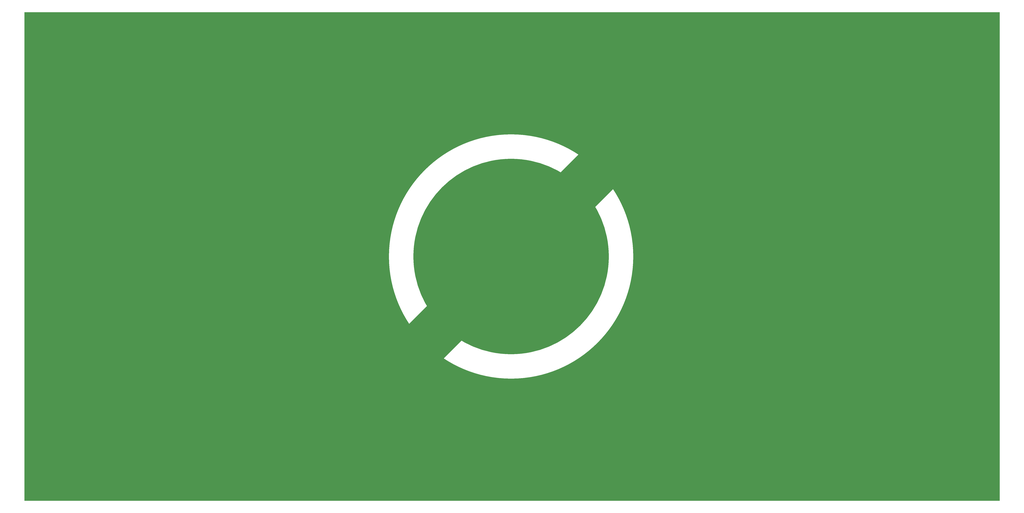
<source format=gbl>
%FSLAX22Y22*%
%ADD10C,1*%
%ADD13C,4*%
%ADD14C,5*%
G36*
X1000Y0D02*
X2000D01*
Y1000D01*
X04D01*
Y0D01*
X1000D01*
G37*
%LPC*%
D14*
X1000Y500D03*
%LPD*%
D13*
X1000Y500D03*
D10*
X700Y200D02*
X1300Y800D01*
M02*

</source>
